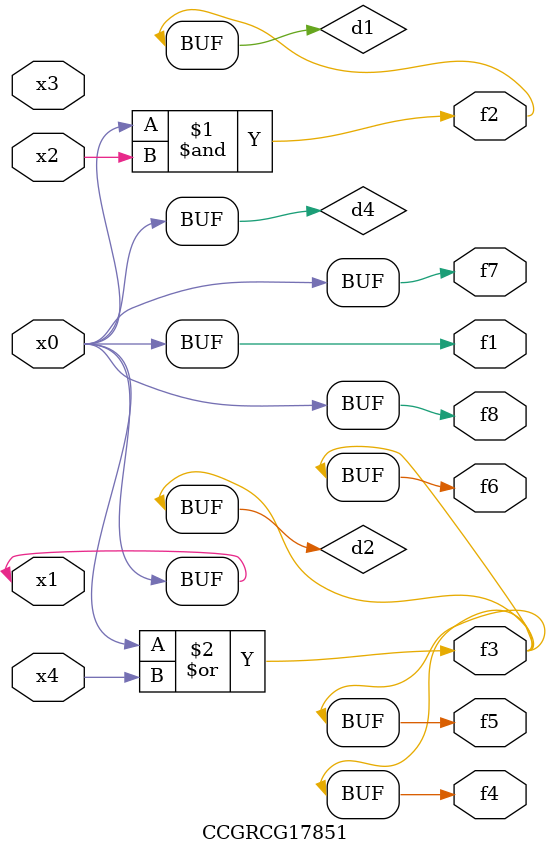
<source format=v>
module CCGRCG17851(
	input x0, x1, x2, x3, x4,
	output f1, f2, f3, f4, f5, f6, f7, f8
);

	wire d1, d2, d3, d4;

	and (d1, x0, x2);
	or (d2, x0, x4);
	nand (d3, x0, x2);
	buf (d4, x0, x1);
	assign f1 = d4;
	assign f2 = d1;
	assign f3 = d2;
	assign f4 = d2;
	assign f5 = d2;
	assign f6 = d2;
	assign f7 = d4;
	assign f8 = d4;
endmodule

</source>
